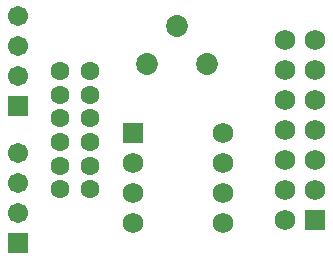
<source format=gts>
G04 Layer_Color=8388736*
%FSLAX25Y25*%
%MOIN*%
G70*
G01*
G75*
%ADD24C,0.06800*%
%ADD25R,0.06800X0.06800*%
%ADD26C,0.07300*%
%ADD27C,0.06706*%
%ADD28R,0.06706X0.06706*%
%ADD29C,0.06312*%
D24*
X107100Y56000D02*
D03*
Y76000D02*
D03*
Y66000D02*
D03*
X97100D02*
D03*
Y76000D02*
D03*
Y56000D02*
D03*
Y16000D02*
D03*
Y26000D02*
D03*
Y46000D02*
D03*
Y36000D02*
D03*
X107100D02*
D03*
Y46000D02*
D03*
Y26000D02*
D03*
X46600Y35000D02*
D03*
Y15000D02*
D03*
Y25000D02*
D03*
X76600D02*
D03*
Y15000D02*
D03*
Y35000D02*
D03*
Y45000D02*
D03*
D25*
X107100Y16000D02*
D03*
X46600Y45000D02*
D03*
D26*
X51257Y68201D02*
D03*
X70942D02*
D03*
X61100Y80799D02*
D03*
D27*
X8100Y84000D02*
D03*
Y74000D02*
D03*
Y64000D02*
D03*
Y38500D02*
D03*
Y28500D02*
D03*
Y18500D02*
D03*
D28*
Y54000D02*
D03*
Y8500D02*
D03*
D29*
X22179Y34189D02*
D03*
Y26315D02*
D03*
Y42063D02*
D03*
Y49937D02*
D03*
Y57811D02*
D03*
Y65685D02*
D03*
X32021D02*
D03*
Y57811D02*
D03*
Y49937D02*
D03*
Y42063D02*
D03*
Y26315D02*
D03*
Y34189D02*
D03*
M02*

</source>
